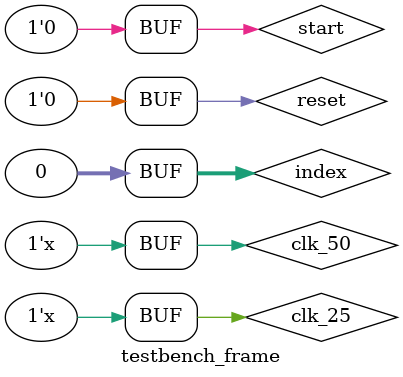
<source format=v>
`timescale 1ns/1ns

module testbench_frame();

   reg clk_50, clk_25, reset;

   reg [31:0] index;

   reg        start;

   //Initialize clocks and index
   initial begin
      clk_50 = 1'b0;
      clk_25 = 1'b0;
      index  = 32'd0;
      //testbench_out = 15'd0 ;
   end

   //Toggle the clocks
   always begin
      #10
        clk_50  = !clk_50;
   end

   always begin
      #20
        clk_25  = !clk_25;
   end

   //Intialize and drive signals
   initial begin
      reset  = 1'b0;
      start  = 1'b0;
      #10 reset    = 1'b1;
      #30 reset    = 1'b0;
      #40 start    = 1'b1;
      #41 start    = 1'b0;
   end


   //=======================================================
   // Pipeline
   //=======================================================

      wire [26:0] C_A_reference, C_A_reference_num, C_A_step, C_A_step_num, C_B, C_B_int;
   wire [9:0]  C_A_column;

   Int2Fp ConvertFP_C_A_ref(-16'sd2, C_A_reference);
   //FpShift SHA(C_A_reference_num, -8'sd1, C_A_reference);

   Int2Fp ConvertFP_C_A_step(16'sd1, C_A_step_num);
   FpShift SHAstep(C_A_step_num, -8'sd8, C_A_step);

   Int2Fp ConvertFP_C_B(-16'sd1, C_B);
   //FpShift SHB(C_B_int, -8'sd2, C_B);

   wire [9:0]  pixel_x;
   wire [8:0]  pixel_y;
   wire [7:0]  pixel_color;
   wire        pixel_stb;

   Frame_Solver solver(
                       .solver_clk (clk_50),
                       .reset      (reset),
                       .x_0        (C_A_reference),
                       .x_step     (C_A_step),
                       .y_0        (C_B),
                       .y_step     (C_A_step),
                       .max_iterations (10'd20),
                       .output_clk (clk_50),
                       .output_pixel_x     (pixel_x),
                       .output_pixel_y     (pixel_y),
                       .output_pixel_color (pixel_color),
                       .output_pixel_stb   (pixel_stb)
                       );

endmodule

</source>
